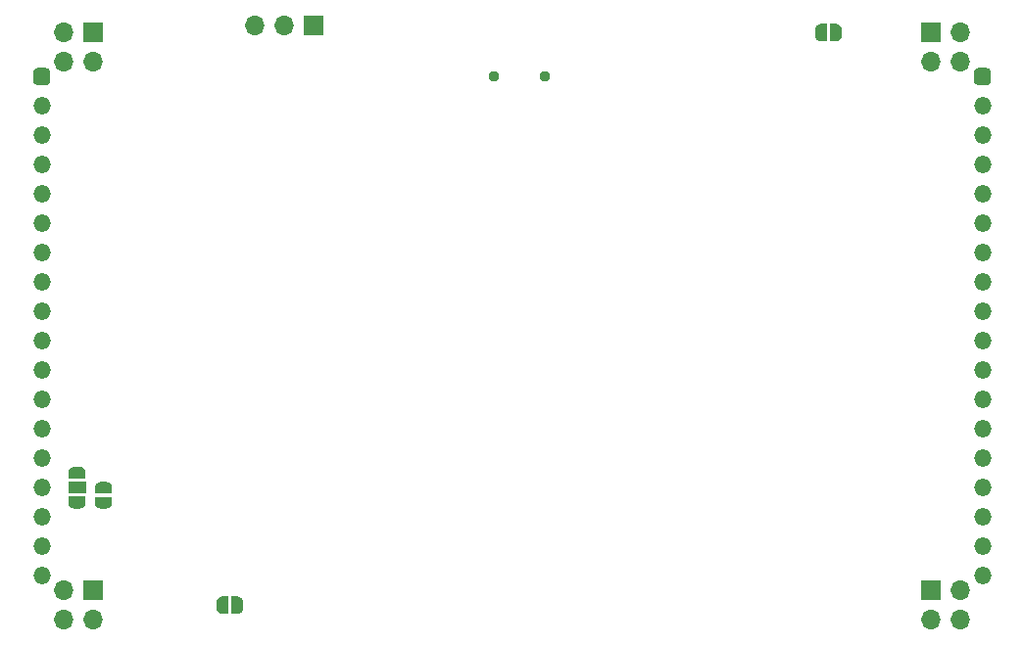
<source format=gbr>
%TF.GenerationSoftware,KiCad,Pcbnew,(5.1.9-0-10_14)*%
%TF.CreationDate,2021-04-17T19:26:37+08:00*%
%TF.ProjectId,BreadControlV2-rounded,42726561-6443-46f6-9e74-726f6c56322d,rev?*%
%TF.SameCoordinates,Original*%
%TF.FileFunction,Soldermask,Bot*%
%TF.FilePolarity,Negative*%
%FSLAX46Y46*%
G04 Gerber Fmt 4.6, Leading zero omitted, Abs format (unit mm)*
G04 Created by KiCad (PCBNEW (5.1.9-0-10_14)) date 2021-04-17 19:26:37*
%MOMM*%
%LPD*%
G01*
G04 APERTURE LIST*
%ADD10O,1.500000X1.500000*%
%ADD11O,1.700000X1.700000*%
%ADD12R,1.700000X1.700000*%
%ADD13C,0.100000*%
%ADD14R,1.500000X1.000000*%
%ADD15C,0.950000*%
G04 APERTURE END LIST*
D10*
%TO.C,J2*%
X179070000Y-78740000D03*
X179070000Y-76200000D03*
X179070000Y-73660000D03*
X179070000Y-71120000D03*
X179070000Y-68580000D03*
X179070000Y-66040000D03*
X179070000Y-63500000D03*
X179070000Y-60960000D03*
X179070000Y-58420000D03*
X179070000Y-55880000D03*
X179070000Y-53340000D03*
X179070000Y-50800000D03*
X179070000Y-48260000D03*
X179070000Y-45720000D03*
X179070000Y-43180000D03*
X179070000Y-40640000D03*
X179070000Y-38100000D03*
G36*
G01*
X178320000Y-35935000D02*
X178320000Y-35185000D01*
G75*
G02*
X178695000Y-34810000I375000J0D01*
G01*
X179445000Y-34810000D01*
G75*
G02*
X179820000Y-35185000I0J-375000D01*
G01*
X179820000Y-35935000D01*
G75*
G02*
X179445000Y-36310000I-375000J0D01*
G01*
X178695000Y-36310000D01*
G75*
G02*
X178320000Y-35935000I0J375000D01*
G01*
G37*
%TD*%
%TO.C,J1*%
X97790000Y-78740000D03*
X97790000Y-76200000D03*
X97790000Y-73660000D03*
X97790000Y-71120000D03*
X97790000Y-68580000D03*
X97790000Y-66040000D03*
X97790000Y-63500000D03*
X97790000Y-60960000D03*
X97790000Y-58420000D03*
X97790000Y-55880000D03*
X97790000Y-53340000D03*
X97790000Y-50800000D03*
X97790000Y-48260000D03*
X97790000Y-45720000D03*
X97790000Y-43180000D03*
X97790000Y-40640000D03*
X97790000Y-38100000D03*
G36*
G01*
X97040000Y-35935000D02*
X97040000Y-35185000D01*
G75*
G02*
X97415000Y-34810000I375000J0D01*
G01*
X98165000Y-34810000D01*
G75*
G02*
X98540000Y-35185000I0J-375000D01*
G01*
X98540000Y-35935000D01*
G75*
G02*
X98165000Y-36310000I-375000J0D01*
G01*
X97415000Y-36310000D01*
G75*
G02*
X97040000Y-35935000I0J375000D01*
G01*
G37*
%TD*%
D11*
%TO.C,J8*%
X177165000Y-82550000D03*
X174625000Y-82550000D03*
X177165000Y-80010000D03*
D12*
X174625000Y-80010000D03*
%TD*%
D11*
%TO.C,Rx Tx Out*%
X177165000Y-34290000D03*
X174625000Y-34290000D03*
X177165000Y-31750000D03*
D12*
X174625000Y-31750000D03*
%TD*%
D11*
%TO.C,J7*%
X99695000Y-82550000D03*
X102235000Y-82550000D03*
X99695000Y-80010000D03*
D12*
X102235000Y-80010000D03*
%TD*%
D11*
%TO.C,Rx Tx in*%
X99695000Y-34290000D03*
X102235000Y-34290000D03*
X99695000Y-31750000D03*
D12*
X102235000Y-31750000D03*
%TD*%
D13*
%TO.C,Neg Bottom to Gnd*%
G36*
X102374000Y-71620000D02*
G01*
X102374000Y-71120000D01*
X102374602Y-71120000D01*
X102374602Y-71095466D01*
X102379412Y-71046635D01*
X102388984Y-70998510D01*
X102403228Y-70951555D01*
X102422005Y-70906222D01*
X102445136Y-70862949D01*
X102472396Y-70822150D01*
X102503524Y-70784221D01*
X102538221Y-70749524D01*
X102576150Y-70718396D01*
X102616949Y-70691136D01*
X102660222Y-70668005D01*
X102705555Y-70649228D01*
X102752510Y-70634984D01*
X102800635Y-70625412D01*
X102849466Y-70620602D01*
X102874000Y-70620602D01*
X102874000Y-70620000D01*
X103374000Y-70620000D01*
X103374000Y-70620602D01*
X103398534Y-70620602D01*
X103447365Y-70625412D01*
X103495490Y-70634984D01*
X103542445Y-70649228D01*
X103587778Y-70668005D01*
X103631051Y-70691136D01*
X103671850Y-70718396D01*
X103709779Y-70749524D01*
X103744476Y-70784221D01*
X103775604Y-70822150D01*
X103802864Y-70862949D01*
X103825995Y-70906222D01*
X103844772Y-70951555D01*
X103859016Y-70998510D01*
X103868588Y-71046635D01*
X103873398Y-71095466D01*
X103873398Y-71120000D01*
X103874000Y-71120000D01*
X103874000Y-71620000D01*
X102374000Y-71620000D01*
G37*
G36*
X103873398Y-72420000D02*
G01*
X103873398Y-72444534D01*
X103868588Y-72493365D01*
X103859016Y-72541490D01*
X103844772Y-72588445D01*
X103825995Y-72633778D01*
X103802864Y-72677051D01*
X103775604Y-72717850D01*
X103744476Y-72755779D01*
X103709779Y-72790476D01*
X103671850Y-72821604D01*
X103631051Y-72848864D01*
X103587778Y-72871995D01*
X103542445Y-72890772D01*
X103495490Y-72905016D01*
X103447365Y-72914588D01*
X103398534Y-72919398D01*
X103374000Y-72919398D01*
X103374000Y-72920000D01*
X102874000Y-72920000D01*
X102874000Y-72919398D01*
X102849466Y-72919398D01*
X102800635Y-72914588D01*
X102752510Y-72905016D01*
X102705555Y-72890772D01*
X102660222Y-72871995D01*
X102616949Y-72848864D01*
X102576150Y-72821604D01*
X102538221Y-72790476D01*
X102503524Y-72755779D01*
X102472396Y-72717850D01*
X102445136Y-72677051D01*
X102422005Y-72633778D01*
X102403228Y-72588445D01*
X102388984Y-72541490D01*
X102379412Y-72493365D01*
X102374602Y-72444534D01*
X102374602Y-72420000D01*
X102374000Y-72420000D01*
X102374000Y-71920000D01*
X103874000Y-71920000D01*
X103874000Y-72420000D01*
X103873398Y-72420000D01*
G37*
%TD*%
%TO.C,Neg to Rails*%
G36*
X100088000Y-70370000D02*
G01*
X100088000Y-69820000D01*
X100088602Y-69820000D01*
X100088602Y-69795466D01*
X100093412Y-69746635D01*
X100102984Y-69698510D01*
X100117228Y-69651555D01*
X100136005Y-69606222D01*
X100159136Y-69562949D01*
X100186396Y-69522150D01*
X100217524Y-69484221D01*
X100252221Y-69449524D01*
X100290150Y-69418396D01*
X100330949Y-69391136D01*
X100374222Y-69368005D01*
X100419555Y-69349228D01*
X100466510Y-69334984D01*
X100514635Y-69325412D01*
X100563466Y-69320602D01*
X100588000Y-69320602D01*
X100588000Y-69320000D01*
X101088000Y-69320000D01*
X101088000Y-69320602D01*
X101112534Y-69320602D01*
X101161365Y-69325412D01*
X101209490Y-69334984D01*
X101256445Y-69349228D01*
X101301778Y-69368005D01*
X101345051Y-69391136D01*
X101385850Y-69418396D01*
X101423779Y-69449524D01*
X101458476Y-69484221D01*
X101489604Y-69522150D01*
X101516864Y-69562949D01*
X101539995Y-69606222D01*
X101558772Y-69651555D01*
X101573016Y-69698510D01*
X101582588Y-69746635D01*
X101587398Y-69795466D01*
X101587398Y-69820000D01*
X101588000Y-69820000D01*
X101588000Y-70370000D01*
X100088000Y-70370000D01*
G37*
D14*
X100838000Y-71120000D03*
D13*
G36*
X101587398Y-72420000D02*
G01*
X101587398Y-72444534D01*
X101582588Y-72493365D01*
X101573016Y-72541490D01*
X101558772Y-72588445D01*
X101539995Y-72633778D01*
X101516864Y-72677051D01*
X101489604Y-72717850D01*
X101458476Y-72755779D01*
X101423779Y-72790476D01*
X101385850Y-72821604D01*
X101345051Y-72848864D01*
X101301778Y-72871995D01*
X101256445Y-72890772D01*
X101209490Y-72905016D01*
X101161365Y-72914588D01*
X101112534Y-72919398D01*
X101088000Y-72919398D01*
X101088000Y-72920000D01*
X100588000Y-72920000D01*
X100588000Y-72919398D01*
X100563466Y-72919398D01*
X100514635Y-72914588D01*
X100466510Y-72905016D01*
X100419555Y-72890772D01*
X100374222Y-72871995D01*
X100330949Y-72848864D01*
X100290150Y-72821604D01*
X100252221Y-72790476D01*
X100217524Y-72755779D01*
X100186396Y-72717850D01*
X100159136Y-72677051D01*
X100136005Y-72633778D01*
X100117228Y-72588445D01*
X100102984Y-72541490D01*
X100093412Y-72493365D01*
X100088602Y-72444534D01*
X100088602Y-72420000D01*
X100088000Y-72420000D01*
X100088000Y-71870000D01*
X101588000Y-71870000D01*
X101588000Y-72420000D01*
X101587398Y-72420000D01*
G37*
%TD*%
%TO.C,Bypass Neg Enable*%
G36*
X114696000Y-80530602D02*
G01*
X114720534Y-80530602D01*
X114769365Y-80535412D01*
X114817490Y-80544984D01*
X114864445Y-80559228D01*
X114909778Y-80578005D01*
X114953051Y-80601136D01*
X114993850Y-80628396D01*
X115031779Y-80659524D01*
X115066476Y-80694221D01*
X115097604Y-80732150D01*
X115124864Y-80772949D01*
X115147995Y-80816222D01*
X115166772Y-80861555D01*
X115181016Y-80908510D01*
X115190588Y-80956635D01*
X115195398Y-81005466D01*
X115195398Y-81030000D01*
X115196000Y-81030000D01*
X115196000Y-81530000D01*
X115195398Y-81530000D01*
X115195398Y-81554534D01*
X115190588Y-81603365D01*
X115181016Y-81651490D01*
X115166772Y-81698445D01*
X115147995Y-81743778D01*
X115124864Y-81787051D01*
X115097604Y-81827850D01*
X115066476Y-81865779D01*
X115031779Y-81900476D01*
X114993850Y-81931604D01*
X114953051Y-81958864D01*
X114909778Y-81981995D01*
X114864445Y-82000772D01*
X114817490Y-82015016D01*
X114769365Y-82024588D01*
X114720534Y-82029398D01*
X114696000Y-82029398D01*
X114696000Y-82030000D01*
X114196000Y-82030000D01*
X114196000Y-80530000D01*
X114696000Y-80530000D01*
X114696000Y-80530602D01*
G37*
G36*
X113896000Y-82030000D02*
G01*
X113396000Y-82030000D01*
X113396000Y-82029398D01*
X113371466Y-82029398D01*
X113322635Y-82024588D01*
X113274510Y-82015016D01*
X113227555Y-82000772D01*
X113182222Y-81981995D01*
X113138949Y-81958864D01*
X113098150Y-81931604D01*
X113060221Y-81900476D01*
X113025524Y-81865779D01*
X112994396Y-81827850D01*
X112967136Y-81787051D01*
X112944005Y-81743778D01*
X112925228Y-81698445D01*
X112910984Y-81651490D01*
X112901412Y-81603365D01*
X112896602Y-81554534D01*
X112896602Y-81530000D01*
X112896000Y-81530000D01*
X112896000Y-81030000D01*
X112896602Y-81030000D01*
X112896602Y-81005466D01*
X112901412Y-80956635D01*
X112910984Y-80908510D01*
X112925228Y-80861555D01*
X112944005Y-80816222D01*
X112967136Y-80772949D01*
X112994396Y-80732150D01*
X113025524Y-80694221D01*
X113060221Y-80659524D01*
X113098150Y-80628396D01*
X113138949Y-80601136D01*
X113182222Y-80578005D01*
X113227555Y-80559228D01*
X113274510Y-80544984D01*
X113322635Y-80535412D01*
X113371466Y-80530602D01*
X113396000Y-80530602D01*
X113396000Y-80530000D01*
X113896000Y-80530000D01*
X113896000Y-82030000D01*
G37*
%TD*%
%TO.C,USB Reset*%
G36*
X165900000Y-31000000D02*
G01*
X166400000Y-31000000D01*
X166400000Y-31000602D01*
X166424534Y-31000602D01*
X166473365Y-31005412D01*
X166521490Y-31014984D01*
X166568445Y-31029228D01*
X166613778Y-31048005D01*
X166657051Y-31071136D01*
X166697850Y-31098396D01*
X166735779Y-31129524D01*
X166770476Y-31164221D01*
X166801604Y-31202150D01*
X166828864Y-31242949D01*
X166851995Y-31286222D01*
X166870772Y-31331555D01*
X166885016Y-31378510D01*
X166894588Y-31426635D01*
X166899398Y-31475466D01*
X166899398Y-31500000D01*
X166900000Y-31500000D01*
X166900000Y-32000000D01*
X166899398Y-32000000D01*
X166899398Y-32024534D01*
X166894588Y-32073365D01*
X166885016Y-32121490D01*
X166870772Y-32168445D01*
X166851995Y-32213778D01*
X166828864Y-32257051D01*
X166801604Y-32297850D01*
X166770476Y-32335779D01*
X166735779Y-32370476D01*
X166697850Y-32401604D01*
X166657051Y-32428864D01*
X166613778Y-32451995D01*
X166568445Y-32470772D01*
X166521490Y-32485016D01*
X166473365Y-32494588D01*
X166424534Y-32499398D01*
X166400000Y-32499398D01*
X166400000Y-32500000D01*
X165900000Y-32500000D01*
X165900000Y-31000000D01*
G37*
G36*
X165100000Y-32499398D02*
G01*
X165075466Y-32499398D01*
X165026635Y-32494588D01*
X164978510Y-32485016D01*
X164931555Y-32470772D01*
X164886222Y-32451995D01*
X164842949Y-32428864D01*
X164802150Y-32401604D01*
X164764221Y-32370476D01*
X164729524Y-32335779D01*
X164698396Y-32297850D01*
X164671136Y-32257051D01*
X164648005Y-32213778D01*
X164629228Y-32168445D01*
X164614984Y-32121490D01*
X164605412Y-32073365D01*
X164600602Y-32024534D01*
X164600602Y-32000000D01*
X164600000Y-32000000D01*
X164600000Y-31500000D01*
X164600602Y-31500000D01*
X164600602Y-31475466D01*
X164605412Y-31426635D01*
X164614984Y-31378510D01*
X164629228Y-31331555D01*
X164648005Y-31286222D01*
X164671136Y-31242949D01*
X164698396Y-31202150D01*
X164729524Y-31164221D01*
X164764221Y-31129524D01*
X164802150Y-31098396D01*
X164842949Y-31071136D01*
X164886222Y-31048005D01*
X164931555Y-31029228D01*
X164978510Y-31014984D01*
X165026635Y-31005412D01*
X165075466Y-31000602D01*
X165100000Y-31000602D01*
X165100000Y-31000000D01*
X165600000Y-31000000D01*
X165600000Y-32500000D01*
X165100000Y-32500000D01*
X165100000Y-32499398D01*
G37*
%TD*%
D15*
%TO.C,J4*%
X141265000Y-35560000D03*
X136865000Y-35560000D03*
%TD*%
D11*
%TO.C,J3*%
X116205000Y-31115000D03*
X118745000Y-31115000D03*
D12*
X121285000Y-31115000D03*
%TD*%
M02*

</source>
